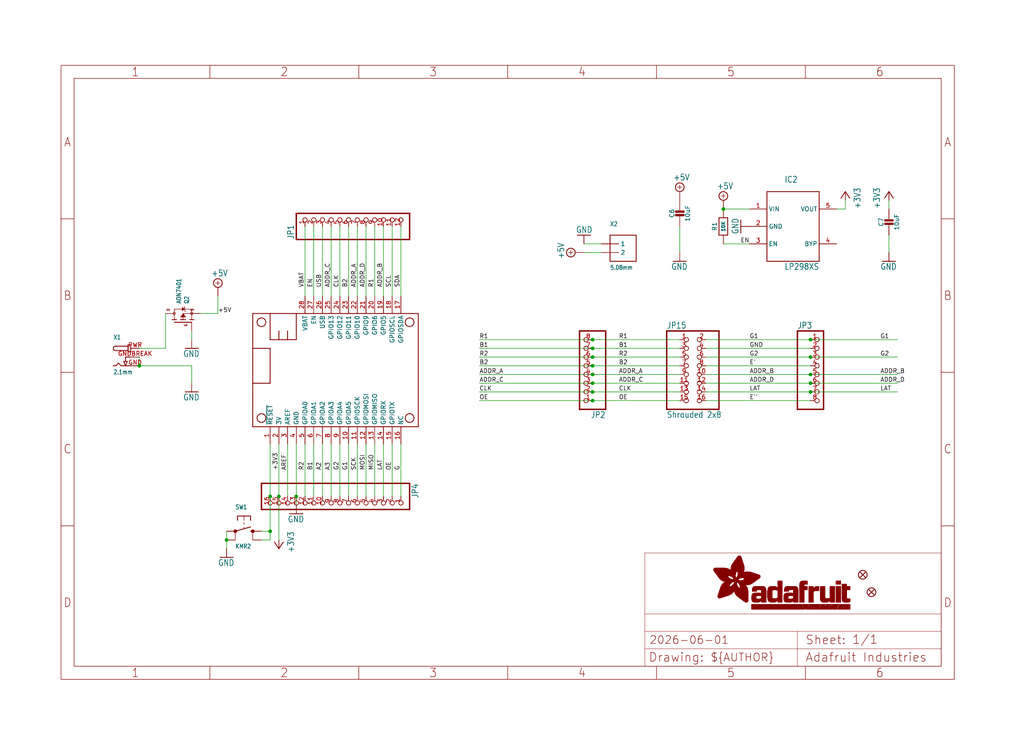
<source format=kicad_sch>
(kicad_sch (version 20230121) (generator eeschema)
  (paper "User" 298.45 217.322)
  (lib_symbols
    (symbol "working-eagle-import:+3V3" (power)
      (property "Value" "+3V3" (at -2.54 -5.08 90))
      (symbol "+3V3_1_0"
        (pin power_in line (at 0 -2.54 90) (length 2.54) (name "+3V3") (number "1"))
      )
    )
    (symbol "working-eagle-import:CAP_CERAMIC0805-NOOUTLINE"
      (property "Reference" "C" (at -2.29 1.25 90))
      (symbol "CAP_CERAMIC0805-NOOUTLINE_1_0"
        (pin passive line (at 0 5.08 270) (length 2.54) (name "1") (number "1"))
        (pin passive line (at 0 -2.54 90) (length 2.54) (name "2") (number "2"))
      )
    )
    (symbol "working-eagle-import:DCBARRELPTH"
      (property "Reference" "X" (at -5.08 5.08 0))
      (symbol "DCBARRELPTH_1_0"
        (pin power_in line (at 2.54 -2.54 180) (length 2.54) (name "GND") (number "GND"))
        (pin power_in line (at 2.54 0 180) (length 2.54) (name "GNDBREAK") (number "GNDBREAK"))
        (pin power_in line (at 2.54 2.54 180) (length 2.54) (name "PWR") (number "PWR"))
      )
    )
    (symbol "working-eagle-import:FEATHERWING"
      (symbol "FEATHERWING_1_0"
        (pin input line (at 5.08 -5.08 90) (length 5.08) (name "~{RESET}") (number "1"))
        (pin bidirectional line (at 27.94 -5.08 90) (length 5.08) (name "GPIOA5") (number "10"))
        (pin bidirectional line (at 30.48 -5.08 90) (length 5.08) (name "GPIOSCK") (number "11"))
        (pin bidirectional line (at 33.02 -5.08 90) (length 5.08) (name "GPIOMOSI") (number "12"))
        (pin bidirectional line (at 35.56 -5.08 90) (length 5.08) (name "GPIOMISO") (number "13"))
        (pin bidirectional line (at 38.1 -5.08 90) (length 5.08) (name "GPIORX") (number "14"))
        (pin bidirectional line (at 40.64 -5.08 90) (length 5.08) (name "GPIOTX") (number "15"))
        (pin passive line (at 43.18 -5.08 90) (length 5.08) (name "NC") (number "16"))
        (pin bidirectional line (at 43.18 38.1 270) (length 5.08) (name "GPIOSDA") (number "17"))
        (pin bidirectional line (at 40.64 38.1 270) (length 5.08) (name "GPIOSCL") (number "18"))
        (pin bidirectional line (at 38.1 38.1 270) (length 5.08) (name "GPIO5") (number "19"))
        (pin power_in line (at 7.62 -5.08 90) (length 5.08) (name "3V") (number "2"))
        (pin bidirectional line (at 35.56 38.1 270) (length 5.08) (name "GPIO6") (number "20"))
        (pin bidirectional line (at 33.02 38.1 270) (length 5.08) (name "GPIO9") (number "21"))
        (pin bidirectional line (at 30.48 38.1 270) (length 5.08) (name "GPIO10") (number "22"))
        (pin bidirectional line (at 27.94 38.1 270) (length 5.08) (name "GPIO11") (number "23"))
        (pin bidirectional line (at 25.4 38.1 270) (length 5.08) (name "GPIO12") (number "24"))
        (pin bidirectional line (at 22.86 38.1 270) (length 5.08) (name "GPIO13") (number "25"))
        (pin power_in line (at 20.32 38.1 270) (length 5.08) (name "USB") (number "26"))
        (pin passive line (at 17.78 38.1 270) (length 5.08) (name "EN") (number "27"))
        (pin power_in line (at 15.24 38.1 270) (length 5.08) (name "VBAT") (number "28"))
        (pin passive line (at 10.16 -5.08 90) (length 5.08) (name "AREF") (number "3"))
        (pin power_in line (at 12.7 -5.08 90) (length 5.08) (name "GND") (number "4"))
        (pin bidirectional line (at 15.24 -5.08 90) (length 5.08) (name "GPIOA0") (number "5"))
        (pin bidirectional line (at 17.78 -5.08 90) (length 5.08) (name "GPIOA1") (number "6"))
        (pin bidirectional line (at 20.32 -5.08 90) (length 5.08) (name "GPIOA2") (number "7"))
        (pin bidirectional line (at 22.86 -5.08 90) (length 5.08) (name "GPIOA3") (number "8"))
        (pin bidirectional line (at 25.4 -5.08 90) (length 5.08) (name "GPIOA4") (number "9"))
      )
    )
    (symbol "working-eagle-import:FIDUCIAL_1MM")
    (symbol "working-eagle-import:FRAME_A4_ADAFRUIT"
      (symbol "FRAME_A4_ADAFRUIT_1_0"
        (text "${#}/${##}" (at 230.505 10.16 0) (effects (font (size 2.54 2.54)) (justify left bottom)))
        (text "${AUTHOR}" (at 189.23 5.08 0) (effects (font (size 2.286 2.286)) (justify left bottom)))
        (text "${CURRENT_DATE}" (at 171.45 10.16 0) (effects (font (size 2.286 2.286)) (justify left bottom)))
        (text "${PROJECTNAME}" (at 171.45 15.24 0) (effects (font (size 2.54 2.54)) (justify left bottom)))
        (text "1" (at 21.6958 1.905 0) (effects (font (size 2.54 2.286))))
        (text "1" (at 21.6958 177.165 0) (effects (font (size 2.54 2.286))))
        (text "2" (at 65.0875 1.905 0) (effects (font (size 2.54 2.286))))
        (text "2" (at 65.0875 177.165 0) (effects (font (size 2.54 2.286))))
        (text "3" (at 108.4792 1.905 0) (effects (font (size 2.54 2.286))))
        (text "3" (at 108.4792 177.165 0) (effects (font (size 2.54 2.286))))
        (text "4" (at 151.8708 1.905 0) (effects (font (size 2.54 2.286))))
        (text "4" (at 151.8708 177.165 0) (effects (font (size 2.54 2.286))))
        (text "5" (at 195.2625 1.905 0) (effects (font (size 2.54 2.286))))
        (text "5" (at 195.2625 177.165 0) (effects (font (size 2.54 2.286))))
        (text "6" (at 238.6542 1.905 0) (effects (font (size 2.54 2.286))))
        (text "6" (at 238.6542 177.165 0) (effects (font (size 2.54 2.286))))
        (text "A" (at 1.905 156.6863 0) (effects (font (size 2.54 2.286))))
        (text "A" (at 258.445 156.6863 0) (effects (font (size 2.54 2.286))))
        (text "Adafruit Industries" (at 216.916 4.953 0) (effects (font (size 2.54 2.54)) (justify left bottom)))
        (text "B" (at 1.905 111.9188 0) (effects (font (size 2.54 2.286))))
        (text "B" (at 258.445 111.9188 0) (effects (font (size 2.54 2.286))))
        (text "C" (at 1.905 67.1513 0) (effects (font (size 2.54 2.286))))
        (text "C" (at 258.445 67.1513 0) (effects (font (size 2.54 2.286))))
        (text "D" (at 1.905 22.3838 0) (effects (font (size 2.54 2.286))))
        (text "D" (at 258.445 22.3838 0) (effects (font (size 2.54 2.286))))
        (text "Drawing:" (at 171.196 4.953 0) (effects (font (size 2.54 2.54)) (justify left bottom)))
        (text "Sheet:" (at 216.916 10.033 0) (effects (font (size 2.54 2.54)) (justify left bottom)))
      )
    )
    (symbol "working-eagle-import:HEADER-1X12"
      (property "Reference" "JP" (at -6.35 18.415 0))
      (symbol "HEADER-1X12_1_0"
        (pin passive inverted (at -2.54 15.24 0) (length 2.54) (name "1") (number "1"))
        (pin passive inverted (at -2.54 -7.62 0) (length 2.54) (name "10") (number "10"))
        (pin passive inverted (at -2.54 -10.16 0) (length 2.54) (name "11") (number "11"))
        (pin passive inverted (at -2.54 -12.7 0) (length 2.54) (name "12") (number "12"))
        (pin passive inverted (at -2.54 12.7 0) (length 2.54) (name "2") (number "2"))
        (pin passive inverted (at -2.54 10.16 0) (length 2.54) (name "3") (number "3"))
        (pin passive inverted (at -2.54 7.62 0) (length 2.54) (name "4") (number "4"))
        (pin passive inverted (at -2.54 5.08 0) (length 2.54) (name "5") (number "5"))
        (pin passive inverted (at -2.54 2.54 0) (length 2.54) (name "6") (number "6"))
        (pin passive inverted (at -2.54 0 0) (length 2.54) (name "7") (number "7"))
        (pin passive inverted (at -2.54 -2.54 0) (length 2.54) (name "8") (number "8"))
        (pin passive inverted (at -2.54 -5.08 0) (length 2.54) (name "9") (number "9"))
      )
    )
    (symbol "working-eagle-import:HEADER-1X16ROUND"
      (property "Reference" "JP" (at -6.35 20.955 0))
      (symbol "HEADER-1X16ROUND_1_0"
        (pin passive inverted (at -2.54 17.78 0) (length 2.54) (name "1") (number "1"))
        (pin passive inverted (at -2.54 -5.08 0) (length 2.54) (name "10") (number "10"))
        (pin passive inverted (at -2.54 -7.62 0) (length 2.54) (name "11") (number "11"))
        (pin passive inverted (at -2.54 -10.16 0) (length 2.54) (name "12") (number "12"))
        (pin passive inverted (at -2.54 -12.7 0) (length 2.54) (name "13") (number "13"))
        (pin passive inverted (at -2.54 -15.24 0) (length 2.54) (name "14") (number "14"))
        (pin passive inverted (at -2.54 -17.78 0) (length 2.54) (name "15") (number "15"))
        (pin passive inverted (at -2.54 -20.32 0) (length 2.54) (name "16") (number "16"))
        (pin passive inverted (at -2.54 15.24 0) (length 2.54) (name "2") (number "2"))
        (pin passive inverted (at -2.54 12.7 0) (length 2.54) (name "3") (number "3"))
        (pin passive inverted (at -2.54 10.16 0) (length 2.54) (name "4") (number "4"))
        (pin passive inverted (at -2.54 7.62 0) (length 2.54) (name "5") (number "5"))
        (pin passive inverted (at -2.54 5.08 0) (length 2.54) (name "6") (number "6"))
        (pin passive inverted (at -2.54 2.54 0) (length 2.54) (name "7") (number "7"))
        (pin passive inverted (at -2.54 0 0) (length 2.54) (name "8") (number "8"))
        (pin passive inverted (at -2.54 -2.54 0) (length 2.54) (name "9") (number "9"))
      )
    )
    (symbol "working-eagle-import:HEADER-1X870MIL"
      (property "Reference" "JP" (at -6.35 13.335 0))
      (symbol "HEADER-1X870MIL_1_0"
        (pin passive inverted (at -2.54 10.16 0) (length 2.54) (name "1") (number "1"))
        (pin passive inverted (at -2.54 7.62 0) (length 2.54) (name "2") (number "2"))
        (pin passive inverted (at -2.54 5.08 0) (length 2.54) (name "3") (number "3"))
        (pin passive inverted (at -2.54 2.54 0) (length 2.54) (name "4") (number "4"))
        (pin passive inverted (at -2.54 0 0) (length 2.54) (name "5") (number "5"))
        (pin passive inverted (at -2.54 -2.54 0) (length 2.54) (name "6") (number "6"))
        (pin passive inverted (at -2.54 -5.08 0) (length 2.54) (name "7") (number "7"))
        (pin passive inverted (at -2.54 -7.62 0) (length 2.54) (name "8") (number "8"))
      )
    )
    (symbol "working-eagle-import:HEADER-2X8_SHROUDED"
      (property "Reference" "JP" (at -8.89 10.795 0))
      (symbol "HEADER-2X8_SHROUDED_1_0"
        (pin passive inverted (at -5.08 7.62 0) (length 2.54) (name "1") (number "1"))
        (pin passive inverted (at 2.54 -2.54 180) (length 2.54) (name "10") (number "10"))
        (pin passive inverted (at -5.08 -5.08 0) (length 2.54) (name "11") (number "11"))
        (pin passive inverted (at 2.54 -5.08 180) (length 2.54) (name "12") (number "12"))
        (pin passive inverted (at -5.08 -7.62 0) (length 2.54) (name "13") (number "13"))
        (pin passive inverted (at 2.54 -7.62 180) (length 2.54) (name "14") (number "14"))
        (pin passive inverted (at -5.08 -10.16 0) (length 2.54) (name "15") (number "15"))
        (pin passive inverted (at 2.54 -10.16 180) (length 2.54) (name "16") (number "16"))
        (pin passive inverted (at 2.54 7.62 180) (length 2.54) (name "2") (number "2"))
        (pin passive inverted (at -5.08 5.08 0) (length 2.54) (name "3") (number "3"))
        (pin passive inverted (at 2.54 5.08 180) (length 2.54) (name "4") (number "4"))
        (pin passive inverted (at -5.08 2.54 0) (length 2.54) (name "5") (number "5"))
        (pin passive inverted (at 2.54 2.54 180) (length 2.54) (name "6") (number "6"))
        (pin passive inverted (at -5.08 0 0) (length 2.54) (name "7") (number "7"))
        (pin passive inverted (at 2.54 0 180) (length 2.54) (name "8") (number "8"))
        (pin passive inverted (at -5.08 -2.54 0) (length 2.54) (name "9") (number "9"))
      )
    )
    (symbol "working-eagle-import:LP298XS"
      (property "Reference" "IC" (at -12.7 -5.08 90))
      (symbol "LP298XS_1_0"
        (pin bidirectional line (at -5.08 -15.24 90) (length 5.08) (name "VIN") (number "1"))
        (pin bidirectional line (at 0 -15.24 90) (length 5.08) (name "GND") (number "2"))
        (pin bidirectional line (at 5.08 -15.24 90) (length 5.08) (name "EN") (number "3"))
        (pin bidirectional line (at 5.08 10.16 270) (length 5.08) (name "BYP") (number "4"))
        (pin bidirectional line (at -5.08 10.16 270) (length 5.08) (name "VOUT") (number "5"))
      )
    )
    (symbol "working-eagle-import:MOSFET-P-POWERDI3333"
      (property "Reference" "Q" (at 2.794 0.381 0))
      (symbol "MOSFET-P-POWERDI3333_1_0"
        (text "D" (at 0.635 -3.81 0) (effects (font (size 0.8128 0.6908)) (justify left bottom)))
        (text "G" (at -3.81 1.27 0) (effects (font (size 0.8128 0.6908)) (justify left bottom)))
        (text "S" (at 0.635 3.175 0) (effects (font (size 0.8128 0.6908)) (justify left bottom)))
        (pin passive line (at 0 5.08 270) (length 2.54) (name "S") (number "1"))
        (pin passive line (at 0 5.08 270) (length 2.54) (name "S") (number "2"))
        (pin passive line (at 0 5.08 270) (length 2.54) (name "S") (number "3"))
        (pin passive line (at -5.08 2.54 0) (length 2.54) (name "G") (number "4"))
        (pin passive line (at 0 -5.08 90) (length 2.54) (name "D") (number "5678"))
      )
    )
    (symbol "working-eagle-import:RESISTOR_0603_NOOUT"
      (property "Reference" "R" (at 0 2.54 0))
      (symbol "RESISTOR_0603_NOOUT_1_0"
        (pin passive line (at -5.08 0 0) (length 2.54) (name "1") (number "1"))
        (pin passive line (at 5.08 0 180) (length 2.54) (name "2") (number "2"))
      )
    )
    (symbol "working-eagle-import:SWITCH_TACT_SMT4.6X2.8"
      (property "Reference" "SW" (at -2.54 6.35 0))
      (symbol "SWITCH_TACT_SMT4.6X2.8_1_0"
        (pin passive line (at -5.08 0 0) (length 2.54) (name "P") (number "A"))
        (pin passive line (at -5.08 -2.54 0) (length 2.54) (name "P1") (number "A'"))
        (pin passive line (at 5.08 0 180) (length 2.54) (name "S") (number "B"))
        (pin passive line (at 5.08 -2.54 180) (length 2.54) (name "S1") (number "B'"))
      )
    )
    (symbol "working-eagle-import:TERMBLOCK_1X2_5.08MM"
      (property "Reference" "X" (at -2.54 7.62 0))
      (symbol "TERMBLOCK_1X2_5.08MM_1_0"
        (pin passive line (at -5.08 2.54 0) (length 5.08) (name "1") (number "P$3"))
        (pin passive line (at -5.08 0 0) (length 5.08) (name "2") (number "P$4"))
      )
    )
    (symbol "working-eagle-import:supply1_GND" (power)
      (property "Value" "supply1_GND" (at -2.54 -2.54 0))
      (symbol "supply1_GND_1_0"
        (pin power_in line (at 0 2.54 270) (length 2.54) (name "GND") (number "1"))
      )
    )
    (symbol "working-eagle-import:supply2_+5V" (power)
      (property "Value" "supply2_+5V" (at -1.905 3.175 0))
      (symbol "supply2_+5V_1_0"
        (pin power_in line (at 0 -2.54 90) (length 2.54) (name "+5V") (number "1"))
      )
    )
  )
  (junction (at 78.74 144.78))
  (junction (at 78.74 154.94))
  (junction (at 236.22 109.22))
  (junction (at 236.22 114.3))
  (junction (at 66.04 157.48))
  (junction (at 172.72 116.84))
  (junction (at 172.72 99.06))
  (junction (at 236.22 111.76))
  (junction (at 172.72 111.76))
  (junction (at 81.28 144.78))
  (junction (at 236.22 104.14))
  (junction (at 172.72 114.3))
  (junction (at 86.36 144.78))
  (junction (at 236.22 99.06))
  (junction (at 172.72 101.6))
  (junction (at 172.72 109.22))
  (junction (at 40.64 106.68))
  (junction (at 172.72 104.14))
  (junction (at 172.72 106.68))
  (junction (at 210.82 60.96))
  (wire (pts (xy 111.76 144.78) (xy 111.76 129.54)) (stroke (width 0.1524)))
  (wire (pts (xy 93.98 144.78) (xy 93.98 129.54)) (stroke (width 0.1524)))
  (wire (pts (xy 170.18 73.66) (xy 175.26 73.66)) (stroke (width 0.1524)))
  (wire (pts (xy 236.22 111.76) (xy 261.62 111.76)) (stroke (width 0.1524)))
  (wire (pts (xy 198.12 104.14) (xy 172.72 104.14)) (stroke (width 0.1524)))
  (wire (pts (xy 96.52 66.04) (xy 96.52 86.36)) (stroke (width 0.1524)))
  (wire (pts (xy 40.64 104.14) (xy 40.64 106.68)) (stroke (width 0.1524)))
  (wire (pts (xy 236.22 99.06) (xy 261.62 99.06)) (stroke (width 0.1524)))
  (wire (pts (xy 63.5 91.44) (xy 63.5 86.36)) (stroke (width 0.1524)))
  (wire (pts (xy 170.18 71.12) (xy 175.26 71.12)) (stroke (width 0.1524)))
  (wire (pts (xy 139.7 106.68) (xy 172.72 106.68)) (stroke (width 0.1524)))
  (wire (pts (xy 99.06 144.78) (xy 99.06 129.54)) (stroke (width 0.1524)))
  (wire (pts (xy 172.72 111.76) (xy 198.12 111.76)) (stroke (width 0.1524)))
  (wire (pts (xy 93.98 66.04) (xy 93.98 86.36)) (stroke (width 0.1524)))
  (wire (pts (xy 114.3 66.04) (xy 114.3 86.36)) (stroke (width 0.1524)))
  (wire (pts (xy 104.14 144.78) (xy 104.14 129.54)) (stroke (width 0.1524)))
  (wire (pts (xy 58.42 91.44) (xy 63.5 91.44)) (stroke (width 0.1524)))
  (wire (pts (xy 99.06 66.04) (xy 99.06 86.36)) (stroke (width 0.1524)))
  (wire (pts (xy 116.84 66.04) (xy 116.84 86.36)) (stroke (width 0.1524)))
  (wire (pts (xy 172.72 99.06) (xy 139.7 99.06)) (stroke (width 0.1524)))
  (wire (pts (xy 40.64 106.68) (xy 55.88 106.68)) (stroke (width 0.1524)))
  (wire (pts (xy 78.74 154.94) (xy 78.74 157.48)) (stroke (width 0.1524)))
  (wire (pts (xy 109.22 144.78) (xy 109.22 129.54)) (stroke (width 0.1524)))
  (wire (pts (xy 101.6 66.04) (xy 101.6 86.36)) (stroke (width 0.1524)))
  (wire (pts (xy 236.22 104.14) (xy 261.62 104.14)) (stroke (width 0.1524)))
  (wire (pts (xy 55.88 106.68) (xy 55.88 111.76)) (stroke (width 0.1524)))
  (wire (pts (xy 40.64 101.6) (xy 48.26 101.6)) (stroke (width 0.1524)))
  (wire (pts (xy 76.2 154.94) (xy 78.74 154.94)) (stroke (width 0.1524)))
  (wire (pts (xy 139.7 116.84) (xy 172.72 116.84)) (stroke (width 0.1524)))
  (wire (pts (xy 205.74 116.84) (xy 236.22 116.84)) (stroke (width 0.1524)))
  (wire (pts (xy 139.7 114.3) (xy 172.72 114.3)) (stroke (width 0.1524)))
  (wire (pts (xy 198.12 114.3) (xy 172.72 114.3)) (stroke (width 0.1524)))
  (wire (pts (xy 111.76 66.04) (xy 111.76 86.36)) (stroke (width 0.1524)))
  (wire (pts (xy 81.28 144.78) (xy 81.28 157.48)) (stroke (width 0.1524)))
  (wire (pts (xy 86.36 144.78) (xy 86.36 147.32)) (stroke (width 0.1524)))
  (wire (pts (xy 205.74 111.76) (xy 236.22 111.76)) (stroke (width 0.1524)))
  (wire (pts (xy 246.38 60.96) (xy 243.84 60.96)) (stroke (width 0.1524)))
  (wire (pts (xy 236.22 104.14) (xy 205.74 104.14)) (stroke (width 0.1524)))
  (wire (pts (xy 259.08 58.42) (xy 259.08 60.96)) (stroke (width 0.1524)))
  (wire (pts (xy 236.22 114.3) (xy 205.74 114.3)) (stroke (width 0.1524)))
  (wire (pts (xy 139.7 109.22) (xy 172.72 109.22)) (stroke (width 0.1524)))
  (wire (pts (xy 88.9 144.78) (xy 88.9 129.54)) (stroke (width 0.1524)))
  (wire (pts (xy 210.82 60.96) (xy 218.44 60.96)) (stroke (width 0.1524)))
  (wire (pts (xy 66.04 154.94) (xy 66.04 157.48)) (stroke (width 0.1524)))
  (wire (pts (xy 106.68 144.78) (xy 106.68 129.54)) (stroke (width 0.1524)))
  (wire (pts (xy 109.22 66.04) (xy 109.22 86.36)) (stroke (width 0.1524)))
  (wire (pts (xy 86.36 144.78) (xy 86.36 129.54)) (stroke (width 0.1524)))
  (wire (pts (xy 66.04 157.48) (xy 66.04 160.02)) (stroke (width 0.1524)))
  (wire (pts (xy 78.74 144.78) (xy 78.74 154.94)) (stroke (width 0.1524)))
  (wire (pts (xy 55.88 96.52) (xy 55.88 99.06)) (stroke (width 0.1524)))
  (wire (pts (xy 96.52 144.78) (xy 96.52 129.54)) (stroke (width 0.1524)))
  (wire (pts (xy 106.68 66.04) (xy 106.68 86.36)) (stroke (width 0.1524)))
  (wire (pts (xy 205.74 101.6) (xy 236.22 101.6)) (stroke (width 0.1524)))
  (wire (pts (xy 198.12 99.06) (xy 172.72 99.06)) (stroke (width 0.1524)))
  (wire (pts (xy 104.14 66.04) (xy 104.14 86.36)) (stroke (width 0.1524)))
  (wire (pts (xy 172.72 101.6) (xy 198.12 101.6)) (stroke (width 0.1524)))
  (wire (pts (xy 78.74 157.48) (xy 76.2 157.48)) (stroke (width 0.1524)))
  (wire (pts (xy 139.7 101.6) (xy 172.72 101.6)) (stroke (width 0.1524)))
  (wire (pts (xy 83.82 144.78) (xy 83.82 129.54)) (stroke (width 0.1524)))
  (wire (pts (xy 236.22 99.06) (xy 205.74 99.06)) (stroke (width 0.1524)))
  (wire (pts (xy 48.26 101.6) (xy 48.26 91.44)) (stroke (width 0.1524)))
  (wire (pts (xy 78.74 129.54) (xy 78.74 144.78)) (stroke (width 0.1524)))
  (wire (pts (xy 172.72 116.84) (xy 198.12 116.84)) (stroke (width 0.1524)))
  (wire (pts (xy 236.22 109.22) (xy 261.62 109.22)) (stroke (width 0.1524)))
  (wire (pts (xy 172.72 104.14) (xy 139.7 104.14)) (stroke (width 0.1524)))
  (wire (pts (xy 246.38 58.42) (xy 246.38 60.96)) (stroke (width 0.1524)))
  (wire (pts (xy 91.44 144.78) (xy 91.44 129.54)) (stroke (width 0.1524)))
  (wire (pts (xy 205.74 106.68) (xy 236.22 106.68)) (stroke (width 0.1524)))
  (wire (pts (xy 81.28 129.54) (xy 81.28 144.78)) (stroke (width 0.1524)))
  (wire (pts (xy 236.22 109.22) (xy 205.74 109.22)) (stroke (width 0.1524)))
  (wire (pts (xy 198.12 66.04) (xy 198.12 73.66)) (stroke (width 0.1524)))
  (wire (pts (xy 259.08 73.66) (xy 259.08 68.58)) (stroke (width 0.1524)))
  (wire (pts (xy 88.9 66.04) (xy 88.9 86.36)) (stroke (width 0.1524)))
  (wire (pts (xy 139.7 111.76) (xy 172.72 111.76)) (stroke (width 0.1524)))
  (wire (pts (xy 172.72 106.68) (xy 198.12 106.68)) (stroke (width 0.1524)))
  (wire (pts (xy 114.3 144.78) (xy 114.3 129.54)) (stroke (width 0.1524)))
  (wire (pts (xy 116.84 129.54) (xy 116.84 144.78)) (stroke (width 0.1524)))
  (wire (pts (xy 91.44 86.36) (xy 91.44 66.04)) (stroke (width 0.1524)))
  (wire (pts (xy 101.6 144.78) (xy 101.6 129.54)) (stroke (width 0.1524)))
  (wire (pts (xy 218.44 71.12) (xy 210.82 71.12)) (stroke (width 0.1524)))
  (wire (pts (xy 236.22 114.3) (xy 261.62 114.3)) (stroke (width 0.1524)))
  (wire (pts (xy 198.12 109.22) (xy 172.72 109.22)) (stroke (width 0.1524)))
  (label "R2" (at 180.34 104.14 0) (effects (font (size 1.2446 1.2446))))
  (label "G1" (at 101.6 137.16 90) (effects (font (size 1.2446 1.2446))))
  (label "CLK" (at 180.34 114.3 0) (effects (font (size 1.2446 1.2446))))
  (label "SCL" (at 114.3 83.82 90) (effects (font (size 1.2446 1.2446))))
  (label "+3V3" (at 81.28 137.16 90) (effects (font (size 1.2446 1.2446))))
  (label "R2" (at 139.7 104.14 0) (effects (font (size 1.2446 1.2446))))
  (label "R1" (at 109.22 83.82 90) (effects (font (size 1.2446 1.2446))))
  (label "AREF" (at 83.82 137.16 90) (effects (font (size 1.2446 1.2446))))
  (label "LAT" (at 218.44 114.3 0) (effects (font (size 1.2446 1.2446))))
  (label "A3" (at 96.52 137.16 90) (effects (font (size 1.2446 1.2446))))
  (label "R1" (at 180.34 99.06 0) (effects (font (size 1.2446 1.2446))))
  (label "B2" (at 139.7 106.68 0) (effects (font (size 1.2446 1.2446))))
  (label "B2" (at 180.34 106.68 0) (effects (font (size 1.2446 1.2446))))
  (label "VBAT" (at 88.9 83.82 90) (effects (font (size 1.2446 1.2446))))
  (label "SCK" (at 104.14 137.16 90) (effects (font (size 1.2446 1.2446))))
  (label "R2" (at 88.9 137.16 90) (effects (font (size 1.2446 1.2446))))
  (label "OE" (at 180.34 116.84 0) (effects (font (size 1.2446 1.2446))))
  (label "G2" (at 218.44 104.14 0) (effects (font (size 1.2446 1.2446))))
  (label "ADDR_D" (at 256.54 111.76 0) (effects (font (size 1.2446 1.2446))))
  (label "ADDR_A" (at 180.34 109.22 0) (effects (font (size 1.2446 1.2446))))
  (label "G2" (at 256.54 104.14 0) (effects (font (size 1.2446 1.2446))))
  (label "MOSI" (at 106.68 137.16 90) (effects (font (size 1.2446 1.2446))))
  (label "R1" (at 139.7 99.06 0) (effects (font (size 1.2446 1.2446))))
  (label "EN" (at 218.44 71.12 180) (effects (font (size 1.2446 1.2446))))
  (label "SDA" (at 116.84 83.82 90) (effects (font (size 1.2446 1.2446))))
  (label "G1" (at 218.44 99.06 0) (effects (font (size 1.2446 1.2446))))
  (label "CLK" (at 139.7 114.3 0) (effects (font (size 1.2446 1.2446))))
  (label "E''" (at 218.44 116.84 0) (effects (font (size 1.2446 1.2446))))
  (label "B1" (at 139.7 101.6 0) (effects (font (size 1.2446 1.2446))))
  (label "G2" (at 99.06 137.16 90) (effects (font (size 1.2446 1.2446))))
  (label "ADDR_B" (at 111.76 83.82 90) (effects (font (size 1.2446 1.2446))))
  (label "B1" (at 180.34 101.6 0) (effects (font (size 1.2446 1.2446))))
  (label "ADDR_C" (at 180.34 111.76 0) (effects (font (size 1.2446 1.2446))))
  (label "ADDR_B" (at 256.54 109.22 0) (effects (font (size 1.2446 1.2446))))
  (label "+5V" (at 63.5 91.44 0) (effects (font (size 1.2446 1.2446))))
  (label "ADDR_D" (at 218.44 111.76 0) (effects (font (size 1.2446 1.2446))))
  (label "USB" (at 93.98 83.82 90) (effects (font (size 1.2446 1.2446))))
  (label "GND" (at 218.44 101.6 0) (effects (font (size 1.2446 1.2446))))
  (label "G1" (at 256.54 99.06 0) (effects (font (size 1.2446 1.2446))))
  (label "OE" (at 114.3 137.16 90) (effects (font (size 1.2446 1.2446))))
  (label "E'" (at 218.44 106.68 0) (effects (font (size 1.2446 1.2446))))
  (label "EN" (at 91.44 83.82 90) (effects (font (size 1.2446 1.2446))))
  (label "B2" (at 101.6 83.82 90) (effects (font (size 1.2446 1.2446))))
  (label "LAT" (at 256.54 114.3 0) (effects (font (size 1.2446 1.2446))))
  (label "ADDR_D" (at 106.68 83.82 90) (effects (font (size 1.2446 1.2446))))
  (label "ADDR_B" (at 218.44 109.22 0) (effects (font (size 1.2446 1.2446))))
  (label "ADDR_C" (at 96.52 83.82 90) (effects (font (size 1.2446 1.2446))))
  (label "B1" (at 91.44 137.16 90) (effects (font (size 1.2446 1.2446))))
  (label "G" (at 116.84 137.16 90) (effects (font (size 1.2446 1.2446))))
  (label "LAT" (at 111.76 137.16 90) (effects (font (size 1.2446 1.2446))))
  (label "A2" (at 93.98 137.16 90) (effects (font (size 1.2446 1.2446))))
  (label "OE" (at 139.7 116.84 0) (effects (font (size 1.2446 1.2446))))
  (label "ADDR_C" (at 139.7 111.76 0) (effects (font (size 1.2446 1.2446))))
  (label "ADDR_A" (at 104.14 83.82 90) (effects (font (size 1.2446 1.2446))))
  (label "MISO" (at 109.22 137.16 90) (effects (font (size 1.2446 1.2446))))
  (label "ADDR_A" (at 139.7 109.22 0) (effects (font (size 1.2446 1.2446))))
  (label "CLK" (at 99.06 83.82 90) (effects (font (size 1.2446 1.2446))))
  (symbol (lib_id "working-eagle-import:FIDUCIAL_1MM") (at 254 172.72 0) (unit 1)
    (property "Reference" "FID1" (effects hide))
    (property "Value" "FIDUCIAL_1MM" (effects hide))
    (property "Footprint" "working:FIDUCIAL_1MM" (effects hide))
  )
  (symbol (lib_id "working-eagle-import:LP298XS") (at 233.68 66.04 270) (unit 1)
    (property "Reference" "IC2" (at 228.6 53.34 90) (effects (font (size 1.778 1.5113)) (justify left bottom)))
    (property "Value" "LP298XS" (at 228.6 78.74 90) (effects (font (size 1.778 1.5113)) (justify left bottom)))
    (property "Footprint" "working:SOT23-5L" (effects hide))
  )
  (symbol (lib_id "working-eagle-import:FRAME_A4_ADAFRUIT") (at 17.78 198.12 0) (unit 1)
    (property "Reference" "#U$4" (effects hide))
    (property "Value" "FRAME_A4_ADAFRUIT" (effects hide))
  )
  (symbol (lib_id "working-eagle-import:DCBARRELPTH") (at 38.1 104.14 0) (unit 1)
    (property "Reference" "X1" (at 33.02 99.06 0) (effects (font (size 1.27 1.0795)) (justify left bottom)))
    (property "Value" "2.1mm" (at 33.02 109.22 0) (effects (font (size 1.27 1.0795)) (justify left bottom)))
    (property "Footprint" "working:DCJACK_2MM_PTH" (effects hide))
  )
  (symbol (lib_id "working-eagle-import:supply2_+5V") (at 198.12 55.88 0) (unit 1)
    (property "Reference" "#SUPPLY4" (effects hide))
    (property "Value" "+5V" (at 196.215 52.705 0) (effects (font (size 1.778 1.5113)) (justify left bottom)))
  )
  (symbol (lib_id "working-eagle-import:supply1_GND") (at 55.88 114.3 0) (unit 1)
    (property "Reference" "#GND1" (effects hide))
    (property "Value" "GND" (at 53.34 116.84 0) (effects (font (size 1.778 1.5113)) (justify left bottom)))
  )
  (symbol (lib_id "working-eagle-import:HEADER-2X8_SHROUDED") (at 203.2 106.68 0) (unit 1)
    (property "Reference" "JP15" (at 194.31 95.885 0) (effects (font (size 1.778 1.5113)) (justify left bottom)))
    (property "Value" "Shrouded 2x8" (at 194.31 121.92 0) (effects (font (size 1.778 1.5113)) (justify left bottom)))
    (property "Footprint" "working:2X08_SHROUDED" (effects hide))
  )
  (symbol (lib_id "working-eagle-import:FEATHERWING") (at 73.66 124.46 0) (unit 1)
    (property "Reference" "MS1" (effects hide))
    (property "Value" "FEATHERWING" (effects hide))
    (property "Footprint" "working:FEATHERWING" (effects hide))
  )
  (symbol (lib_id "working-eagle-import:+3V3") (at 81.28 160.02 180) (unit 1)
    (property "Reference" "#+3V1" (effects hide))
    (property "Value" "+3V3" (at 83.82 154.94 90) (effects (font (size 1.778 1.5113)) (justify left bottom)))
  )
  (symbol (lib_id "working-eagle-import:FIDUCIAL_1MM") (at 251.46 167.64 0) (unit 1)
    (property "Reference" "FID3" (effects hide))
    (property "Value" "FIDUCIAL_1MM" (effects hide))
    (property "Footprint" "working:FIDUCIAL_1MM" (effects hide))
  )
  (symbol (lib_id "working-eagle-import:SWITCH_TACT_SMT4.6X2.8") (at 71.12 154.94 0) (unit 1)
    (property "Reference" "SW1" (at 68.58 148.59 0) (effects (font (size 1.27 1.0795)) (justify left bottom)))
    (property "Value" "KMR2" (at 68.58 160.02 0) (effects (font (size 1.27 1.0795)) (justify left bottom)))
    (property "Footprint" "working:BTN_KMR2_4.6X2.8" (effects hide))
  )
  (symbol (lib_id "working-eagle-import:supply1_GND") (at 259.08 76.2 0) (unit 1)
    (property "Reference" "#GND11" (effects hide))
    (property "Value" "GND" (at 256.54 78.74 0) (effects (font (size 1.778 1.5113)) (justify left bottom)))
  )
  (symbol (lib_id "working-eagle-import:supply2_+5V") (at 167.64 73.66 90) (unit 1)
    (property "Reference" "#SUPPLY1" (effects hide))
    (property "Value" "+5V" (at 164.465 75.565 0) (effects (font (size 1.778 1.5113)) (justify left bottom)))
  )
  (symbol (lib_id "working-eagle-import:RESISTOR_0603_NOOUT") (at 210.82 66.04 90) (unit 1)
    (property "Reference" "R1" (at 208.28 66.04 0))
    (property "Value" "10K" (at 210.82 66.04 0) (effects (font (size 1.016 1.016) bold)))
    (property "Footprint" "working:0603-NO" (effects hide))
  )
  (symbol (lib_id "working-eagle-import:+3V3") (at 246.38 55.88 0) (mirror y) (unit 1)
    (property "Reference" "#+3V2" (effects hide))
    (property "Value" "+3V3" (at 248.92 60.96 90) (effects (font (size 1.778 1.5113)) (justify left bottom)))
  )
  (symbol (lib_id "working-eagle-import:supply1_GND") (at 198.12 76.2 0) (unit 1)
    (property "Reference" "#GND10" (effects hide))
    (property "Value" "GND" (at 195.58 78.74 0) (effects (font (size 1.778 1.5113)) (justify left bottom)))
  )
  (symbol (lib_id "working-eagle-import:supply1_GND") (at 55.88 101.6 0) (unit 1)
    (property "Reference" "#GND5" (effects hide))
    (property "Value" "GND" (at 53.34 104.14 0) (effects (font (size 1.778 1.5113)) (justify left bottom)))
  )
  (symbol (lib_id "working-eagle-import:TERMBLOCK_1X2_5.08MM") (at 180.34 73.66 0) (unit 1)
    (property "Reference" "X2" (at 177.8 66.04 0) (effects (font (size 1.27 1.0795)) (justify left bottom)))
    (property "Value" "5.08mm" (at 177.8 78.74 0) (effects (font (size 1.27 1.0795)) (justify left bottom)))
    (property "Footprint" "working:TERMBLOCK_508_1X2" (effects hide))
  )
  (symbol (lib_id "working-eagle-import:supply1_GND") (at 66.04 162.56 0) (unit 1)
    (property "Reference" "#GND4" (effects hide))
    (property "Value" "GND" (at 63.5 165.1 0) (effects (font (size 1.778 1.5113)) (justify left bottom)))
  )
  (symbol (lib_id "working-eagle-import:supply1_GND") (at 215.9 66.04 270) (unit 1)
    (property "Reference" "#GND2" (effects hide))
    (property "Value" "GND" (at 213.36 63.5 0) (effects (font (size 1.778 1.5113)) (justify left bottom)))
  )
  (symbol (lib_id "working-eagle-import:supply2_+5V") (at 210.82 58.42 0) (unit 1)
    (property "Reference" "#SUPPLY3" (effects hide))
    (property "Value" "+5V" (at 208.915 55.245 0) (effects (font (size 1.778 1.5113)) (justify left bottom)))
  )
  (symbol (lib_id "working-eagle-import:CAP_CERAMIC0805-NOOUTLINE") (at 198.12 63.5 0) (unit 1)
    (property "Reference" "C6" (at 195.83 62.25 90))
    (property "Value" "10uF" (at 200.42 62.25 90))
    (property "Footprint" "working:0805-NO" (effects hide))
  )
  (symbol (lib_id "working-eagle-import:HEADER-1X870MIL") (at 238.76 109.22 0) (unit 1)
    (property "Reference" "JP3" (at 232.41 95.885 0) (effects (font (size 1.778 1.5113)) (justify left bottom)))
    (property "Value" "HEADER-1X870MIL" (effects hide))
    (property "Footprint" "working:1X08_ROUND_70" (effects hide))
  )
  (symbol (lib_id "working-eagle-import:supply2_+5V") (at 63.5 83.82 0) (unit 1)
    (property "Reference" "#SUPPLY2" (effects hide))
    (property "Value" "+5V" (at 61.595 80.645 0) (effects (font (size 1.778 1.5113)) (justify left bottom)))
  )
  (symbol (lib_id "working-eagle-import:HEADER-1X870MIL") (at 170.18 106.68 180) (unit 1)
    (property "Reference" "JP2" (at 176.53 120.015 0) (effects (font (size 1.778 1.5113)) (justify left bottom)))
    (property "Value" "HEADER-1X870MIL" (effects hide))
    (property "Footprint" "working:1X08_ROUND_70" (effects hide))
  )
  (symbol (lib_id "working-eagle-import:MOSFET-P-POWERDI3333") (at 53.34 91.44 270) (mirror x) (unit 1)
    (property "Reference" "Q2" (at 53.721 88.646 0) (effects (font (size 1.27 1.0795)) (justify left bottom)))
    (property "Value" "AON7401" (at 51.435 88.646 0) (effects (font (size 1.27 1.0795)) (justify left bottom)))
    (property "Footprint" "working:POWERDI3333" (effects hide))
  )
  (symbol (lib_id "working-eagle-import:+3V3") (at 259.08 55.88 0) (unit 1)
    (property "Reference" "#+3V6" (effects hide))
    (property "Value" "+3V3" (at 256.54 60.96 90) (effects (font (size 1.778 1.5113)) (justify left bottom)))
  )
  (symbol (lib_id "working-eagle-import:HEADER-1X16ROUND") (at 99.06 147.32 270) (unit 1)
    (property "Reference" "JP4" (at 120.015 140.97 0) (effects (font (size 1.778 1.5113)) (justify left bottom)))
    (property "Value" "HEADER-1X16ROUND" (effects hide))
    (property "Footprint" "working:1X16_ROUND" (effects hide))
  )
  (symbol (lib_id "working-eagle-import:HEADER-1X12") (at 104.14 63.5 90) (unit 1)
    (property "Reference" "JP1" (at 85.725 69.85 0) (effects (font (size 1.778 1.5113)) (justify left bottom)))
    (property "Value" "HEADER-1X12" (effects hide))
    (property "Footprint" "working:1X12_ROUND" (effects hide))
  )
  (symbol (lib_id "working-eagle-import:CAP_CERAMIC0805-NOOUTLINE") (at 259.08 66.04 0) (unit 1)
    (property "Reference" "C7" (at 256.79 64.79 90))
    (property "Value" "10uF" (at 261.38 64.79 90))
    (property "Footprint" "working:0805-NO" (effects hide))
  )
  (symbol (lib_id "working-eagle-import:supply1_GND") (at 170.18 68.58 180) (unit 1)
    (property "Reference" "#GND12" (effects hide))
    (property "Value" "GND" (at 172.72 66.04 0) (effects (font (size 1.778 1.5113)) (justify left bottom)))
  )
  (symbol (lib_id "working-eagle-import:supply1_GND") (at 86.36 149.86 0) (unit 1)
    (property "Reference" "#GND3" (effects hide))
    (property "Value" "GND" (at 83.82 152.4 0) (effects (font (size 1.778 1.5113)) (justify left bottom)))
  )
)
</source>
